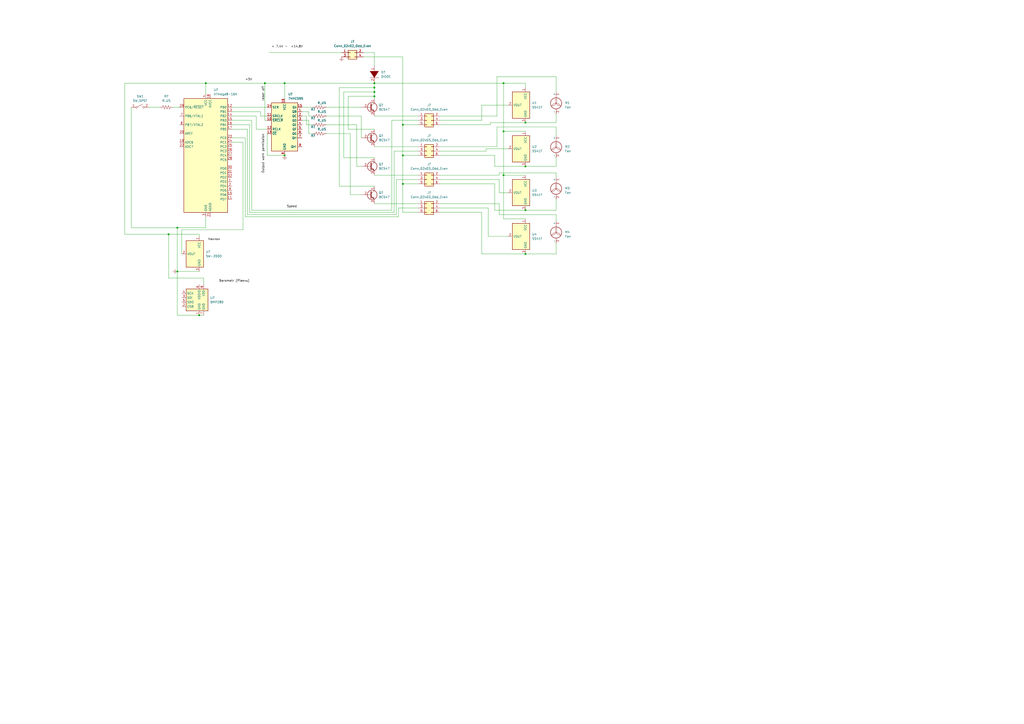
<source format=kicad_sch>
(kicad_sch (version 20211123) (generator eeschema)
  (paper "A2")
  (lib_symbols
    (symbol "74xx:74HC595"
      (property "Reference" "U" (at -7.62 13.97 0))
      (property "Value" "74HC595" (at -7.62 -16.51 0))
      (symbol "74HC595_1_0"
        (pin tri_state line (at 10.16 7.62 180) (length 2.54) (name "QB") (number "1"))
        (pin input line (at -10.16 2.54 0) (length 2.54) (name "~{SRCLR}") (number "10"))
        (pin input line (at -10.16 5.08 0) (length 2.54) (name "SRCLK") (number "11"))
        (pin input line (at -10.16 -2.54 0) (length 2.54) (name "RCLK") (number "12"))
        (pin input line (at -10.16 -5.08 0) (length 2.54) (name "~{OE}") (number "13"))
        (pin input line (at -10.16 10.16 0) (length 2.54) (name "SER") (number "14"))
        (pin tri_state line (at 10.16 10.16 180) (length 2.54) (name "QA") (number "15"))
        (pin power_in line (at 0 15.24 270) (length 2.54) (name "VCC") (number "16"))
        (pin tri_state line (at 10.16 5.08 180) (length 2.54) (name "QC") (number "2"))
        (pin tri_state line (at 10.16 2.54 180) (length 2.54) (name "QD") (number "3"))
        (pin tri_state line (at 10.16 0 180) (length 2.54) (name "QE") (number "4"))
        (pin tri_state line (at 10.16 -2.54 180) (length 2.54) (name "QF") (number "5"))
        (pin tri_state line (at 10.16 -5.08 180) (length 2.54) (name "QG") (number "6"))
        (pin tri_state line (at 10.16 -7.62 180) (length 2.54) (name "QH") (number "7"))
        (pin power_in line (at 0 -17.78 90) (length 2.54) (name "GND") (number "8"))
        (pin output line (at 10.16 -12.7 180) (length 2.54) (name "QH'") (number "9"))
      )
      (symbol "74HC595_1_1"
        (rectangle (start -7.62 12.7) (end 7.62 -15.24) (stroke (width 0.254)) (fill (type background)))
      )
    )
    (symbol "Connector_Generic:Conn_02x02_Odd_Even" (pin_names (offset 1.016) hide)
      (property "Reference" "J" (at 1.27 2.54 0))
      (property "Value" "Conn_02x02_Odd_Even" (at 1.27 -5.08 0))
      (symbol "Conn_02x02_Odd_Even_1_1"
        (rectangle (start -1.27 -2.413) (end 0 -2.667) (stroke (width 0.1524)))
        (rectangle (start -1.27 0.127) (end 0 -0.127) (stroke (width 0.1524)))
        (rectangle (start -1.27 1.27) (end 3.81 -3.81) (stroke (width 0.254)) (fill (type background)))
        (rectangle (start 3.81 -2.413) (end 2.54 -2.667) (stroke (width 0.1524)))
        (rectangle (start 3.81 0.127) (end 2.54 -0.127) (stroke (width 0.1524)))
        (pin passive line (at -5.08 0 0) (length 3.81) (name "Pin_1") (number "1"))
        (pin passive line (at 7.62 0 180) (length 3.81) (name "Pin_2") (number "2"))
        (pin passive line (at -5.08 -2.54 0) (length 3.81) (name "Pin_3") (number "3"))
        (pin passive line (at 7.62 -2.54 180) (length 3.81) (name "Pin_4") (number "4"))
      )
    )
    (symbol "Connector_Generic:Conn_02x03_Odd_Even" (pin_names (offset 1.016) hide)
      (property "Reference" "J" (at 1.27 5.08 0))
      (property "Value" "Conn_02x03_Odd_Even" (at 1.27 -5.08 0))
      (symbol "Conn_02x03_Odd_Even_1_1"
        (rectangle (start -1.27 -2.413) (end 0 -2.667) (stroke (width 0.1524)))
        (rectangle (start -1.27 0.127) (end 0 -0.127) (stroke (width 0.1524)))
        (rectangle (start -1.27 2.667) (end 0 2.413) (stroke (width 0.1524)))
        (rectangle (start -1.27 3.81) (end 3.81 -3.81) (stroke (width 0.254)) (fill (type background)))
        (rectangle (start 3.81 -2.413) (end 2.54 -2.667) (stroke (width 0.1524)))
        (rectangle (start 3.81 0.127) (end 2.54 -0.127) (stroke (width 0.1524)))
        (rectangle (start 3.81 2.667) (end 2.54 2.413) (stroke (width 0.1524)))
        (pin passive line (at -5.08 2.54 0) (length 3.81) (name "Pin_1") (number "1"))
        (pin passive line (at 7.62 2.54 180) (length 3.81) (name "Pin_2") (number "2"))
        (pin passive line (at -5.08 0 0) (length 3.81) (name "Pin_3") (number "3"))
        (pin passive line (at 7.62 0 180) (length 3.81) (name "Pin_4") (number "4"))
        (pin passive line (at -5.08 -2.54 0) (length 3.81) (name "Pin_5") (number "5"))
        (pin passive line (at 7.62 -2.54 180) (length 3.81) (name "Pin_6") (number "6"))
      )
    )
    (symbol "Device:R_US" (pin_numbers hide) (pin_names (offset 0))
      (property "Reference" "R" (at 2.54 0 90))
      (property "Value" "R_US" (at -2.54 0 90))
      (symbol "R_US_0_1"
        (polyline (pts (xy 0 -2.286) (xy 0 -2.54)))
        (polyline (pts (xy 0 2.286) (xy 0 2.54)))
        (polyline (pts (xy 0 -0.762) (xy 1.016 -1.143) (xy 0 -1.524) (xy -1.016 -1.905) (xy 0 -2.286)))
        (polyline (pts (xy 0 0.762) (xy 1.016 0.381) (xy 0 0) (xy -1.016 -0.381) (xy 0 -0.762)))
        (polyline (pts (xy 0 2.286) (xy 1.016 1.905) (xy 0 1.524) (xy -1.016 1.143) (xy 0 0.762)))
      )
      (symbol "R_US_1_1"
        (pin passive line (at 0 3.81 270) (length 1.27) (name "~") (number "1"))
        (pin passive line (at 0 -3.81 90) (length 1.27) (name "~") (number "2"))
      )
    )
    (symbol "MCU_Microchip_ATmega:ATmega8-16A"
      (property "Reference" "U" (at -12.7 34.29 0))
      (property "Value" "ATmega8-16A" (at 5.08 -34.29 0))
      (symbol "ATmega8-16A_0_1"
        (rectangle (start -12.7 -33.02) (end 12.7 33.02) (stroke (width 0.254)) (fill (type background)))
      )
      (symbol "ATmega8-16A_1_1"
        (pin bidirectional line (at 15.24 -15.24 180) (length 2.54) (name "PD3") (number "1"))
        (pin bidirectional line (at 15.24 -22.86 180) (length 2.54) (name "PD6") (number "10"))
        (pin bidirectional line (at 15.24 -25.4 180) (length 2.54) (name "PD7") (number "11"))
        (pin bidirectional line (at 15.24 27.94 180) (length 2.54) (name "PB0") (number "12"))
        (pin bidirectional line (at 15.24 25.4 180) (length 2.54) (name "PB1") (number "13"))
        (pin bidirectional line (at 15.24 22.86 180) (length 2.54) (name "PB2") (number "14"))
        (pin bidirectional line (at 15.24 20.32 180) (length 2.54) (name "PB3") (number "15"))
        (pin bidirectional line (at 15.24 17.78 180) (length 2.54) (name "PB4") (number "16"))
        (pin bidirectional line (at 15.24 15.24 180) (length 2.54) (name "PB5") (number "17"))
        (pin power_in line (at 2.54 35.56 270) (length 2.54) (name "AVCC") (number "18"))
        (pin input line (at -15.24 7.62 0) (length 2.54) (name "ADC6") (number "19"))
        (pin bidirectional line (at 15.24 -17.78 180) (length 2.54) (name "PD4") (number "2"))
        (pin passive line (at -15.24 12.7 0) (length 2.54) (name "AREF") (number "20"))
        (pin power_in line (at 2.54 -35.56 90) (length 2.54) (name "AGND") (number "21"))
        (pin input line (at -15.24 5.08 0) (length 2.54) (name "ADC7") (number "22"))
        (pin bidirectional line (at 15.24 10.16 180) (length 2.54) (name "PC0") (number "23"))
        (pin bidirectional line (at 15.24 7.62 180) (length 2.54) (name "PC1") (number "24"))
        (pin bidirectional line (at 15.24 5.08 180) (length 2.54) (name "PC2") (number "25"))
        (pin bidirectional line (at 15.24 2.54 180) (length 2.54) (name "PC3") (number "26"))
        (pin bidirectional line (at 15.24 0 180) (length 2.54) (name "PC4") (number "27"))
        (pin bidirectional line (at 15.24 -2.54 180) (length 2.54) (name "PC5") (number "28"))
        (pin bidirectional line (at -15.24 27.94 0) (length 2.54) (name "PC6/~{RESET}") (number "29"))
        (pin power_in line (at 0 -35.56 90) (length 2.54) (name "GND") (number "3"))
        (pin bidirectional line (at 15.24 -7.62 180) (length 2.54) (name "PD0") (number "30"))
        (pin bidirectional line (at 15.24 -10.16 180) (length 2.54) (name "PD1") (number "31"))
        (pin bidirectional line (at 15.24 -12.7 180) (length 2.54) (name "PD2") (number "32"))
        (pin power_in line (at 0 35.56 270) (length 2.54) (name "VCC") (number "4"))
        (pin passive line (at 0 -35.56 90) (length 2.54) hide (name "GND") (number "5"))
        (pin passive line (at 0 35.56 270) (length 2.54) hide (name "VCC") (number "6"))
        (pin bidirectional line (at -15.24 22.86 0) (length 2.54) (name "PB6/XTAL1") (number "7"))
        (pin bidirectional line (at -15.24 17.78 0) (length 2.54) (name "PB7/XTAL2") (number "8"))
        (pin bidirectional line (at 15.24 -20.32 180) (length 2.54) (name "PD5") (number "9"))
      )
    )
    (symbol "Motor:Fan" (pin_names (offset 0))
      (property "Reference" "M" (at 2.54 5.08 0))
      (property "Value" "Fan" (at 2.54 -2.54 0))
      (symbol "Fan_0_1"
        (arc (start -2.54 -0.508) (mid 0.0028 0.9121) (end 0 3.81))
        (polyline (pts (xy 0 -5.08) (xy 0 -4.572)))
        (polyline (pts (xy 0 -2.2352) (xy 0 -2.6416)))
        (polyline (pts (xy 0 4.2672) (xy 0 4.6228)))
        (polyline (pts (xy 0 4.572) (xy 0 5.08)))
        (circle (center 0 1.016) (radius 3.2512) (stroke (width 0.254)))
        (arc (start 0 3.81) (mid 0.053 0.921) (end 2.54 -0.508))
        (arc (start 2.54 -0.508) (mid 0 1.0618) (end -2.54 -0.508))
      )
      (symbol "Fan_1_1"
        (pin passive line (at 0 7.62 270) (length 2.54) (name "+") (number "1"))
        (pin passive line (at 0 -5.08 90) (length 2.54) (name "-") (number "2"))
      )
    )
    (symbol "Sensor_Magnetic:A1101ELHL"
      (property "Reference" "U" (at 0 11.43 0))
      (property "Value" "A1101ELHL" (at 0 8.89 0))
      (symbol "A1101ELHL_0_1"
        (rectangle (start -5.08 7.62) (end 5.08 -7.62) (stroke (width 0.254)) (fill (type background)))
      )
      (symbol "A1101ELHL_1_1"
        (pin power_in line (at -2.54 10.16 270) (length 2.54) (name "VCC") (number "1"))
        (pin open_collector line (at 7.62 0 180) (length 2.54) (name "VOUT") (number "2"))
        (pin power_in line (at -2.54 -10.16 90) (length 2.54) (name "GND") (number "3"))
      )
    )
    (symbol "Sensor_Pressure:BMP280"
      (property "Reference" "U" (at -7.62 10.16 0))
      (property "Value" "BMP280" (at 5.08 10.16 0))
      (symbol "BMP280_0_1"
        (rectangle (start -7.62 -5.08) (end 5.08 7.62) (stroke (width 0.254)) (fill (type background)))
      )
      (symbol "BMP280_1_1"
        (pin power_in line (at 0 -7.62 90) (length 2.54) (name "GND") (number "1"))
        (pin input line (at -10.16 -2.54 0) (length 2.54) (name "CSB") (number "2"))
        (pin bidirectional line (at -10.16 2.54 0) (length 2.54) (name "SDI") (number "3"))
        (pin input line (at -10.16 5.08 0) (length 2.54) (name "SCK") (number "4"))
        (pin bidirectional line (at -10.16 0 0) (length 2.54) (name "SDO") (number "5"))
        (pin power_in line (at 0 10.16 270) (length 2.54) (name "VDDIO") (number "6"))
        (pin power_in line (at 2.54 -7.62 90) (length 2.54) (name "GND") (number "7"))
        (pin power_in line (at 2.54 10.16 270) (length 2.54) (name "VDD") (number "8"))
      )
    )
    (symbol "Switch:SW_SPST" (pin_names (offset 0) hide)
      (property "Reference" "SW" (at 0 3.175 0))
      (property "Value" "SW_SPST" (at 0 -2.54 0))
      (symbol "SW_SPST_0_0"
        (circle (center -2.032 0) (radius 0.508))
        (polyline (pts (xy -1.524 0.254) (xy 1.524 1.778)))
        (circle (center 2.032 0) (radius 0.508))
      )
      (symbol "SW_SPST_1_1"
        (pin passive line (at -5.08 0 0) (length 2.54) (name "A") (number "1"))
        (pin passive line (at 5.08 0 180) (length 2.54) (name "B") (number "2"))
      )
    )
    (symbol "Transistor_BJT:BC547" (pin_names (offset 0) hide)
      (property "Reference" "Q" (at 5.08 1.905 0))
      (property "Value" "BC547" (at 5.08 0 0))
      (symbol "BC547_0_1"
        (polyline (pts (xy 0 0) (xy 0.635 0)))
        (polyline (pts (xy 0.635 0.635) (xy 2.54 2.54)))
        (polyline (pts (xy 0.635 -0.635) (xy 2.54 -2.54) (xy 2.54 -2.54)))
        (polyline (pts (xy 0.635 1.905) (xy 0.635 -1.905) (xy 0.635 -1.905)) (stroke (width 0.508)))
        (polyline (pts (xy 1.27 -1.778) (xy 1.778 -1.27) (xy 2.286 -2.286) (xy 1.27 -1.778) (xy 1.27 -1.778)) (fill (type outline)))
        (circle (center 1.27 0) (radius 2.8194) (stroke (width 0.254)))
      )
      (symbol "BC547_1_1"
        (pin passive line (at 2.54 5.08 270) (length 2.54) (name "C") (number "1"))
        (pin input line (at -5.08 0 0) (length 5.08) (name "B") (number "2"))
        (pin passive line (at 2.54 -5.08 90) (length 2.54) (name "E") (number "3"))
      )
    )
    (symbol "power:Earth" (power) (pin_names (offset 0))
      (symbol "Earth_0_1"
        (polyline (pts (xy -0.635 -1.905) (xy 0.635 -1.905)))
        (polyline (pts (xy -0.127 -2.54) (xy 0.127 -2.54)))
        (polyline (pts (xy 0 -1.27) (xy 0 0)))
        (polyline (pts (xy 1.27 -1.27) (xy -1.27 -1.27)))
      )
      (symbol "Earth_1_1"
        (pin power_in line (at 0 0 270) (length 0) hide (name "Earth") (number "1"))
      )
    )
    (symbol "pspice:DIODE" (pin_names (offset 1.016) hide)
      (property "Reference" "D" (at 0 3.81 0))
      (property "Value" "DIODE" (at 0 -4.445 0))
      (symbol "DIODE_0_1"
        (polyline (pts (xy 1.905 2.54) (xy 1.905 -2.54)))
        (polyline (pts (xy -1.905 2.54) (xy -1.905 -2.54) (xy 1.905 0)) (fill (type outline)))
      )
      (symbol "DIODE_1_1"
        (pin input line (at -5.08 0 0) (length 3.81) (name "K") (number "1"))
        (pin input line (at 5.08 0 180) (length 3.81) (name "A") (number "2"))
      )
    )
  )
  (junction (at 292.1 48.26))
  (junction (at 102.87 132.08))
  (junction (at 304.8 121.92))
  (junction (at 233.68 72.39))
  (junction (at 304.8 71.12))
  (junction (at 102.87 157.48))
  (junction (at 153.67 48.26))
  (junction (at 233.68 106.68))
  (junction (at 217.17 48.26))
  (junction (at 97.79 135.89))
  (junction (at 115.57 182.88))
  (junction (at 292.1 101.6))
  (junction (at 165.1 90.17))
  (junction (at 217.17 55.88))
  (junction (at 217.17 50.8))
  (junction (at 292.1 76.2))
  (junction (at 165.1 48.26))
  (junction (at 233.68 90.17))
  (junction (at 304.8 96.52))
  (junction (at 119.38 48.26))
  (junction (at 217.17 53.34))
  (junction (at 304.8 147.32))
  (wire (pts (xy 288.29 67.31) (xy 288.29 44.45)))
  (wire (pts (xy 228.6 123.19) (xy 228.6 87.63)))
  (wire (pts (xy 287.02 106.68) (xy 255.27 106.68)))
  (wire (pts (xy 189.23 62.23) (xy 209.55 62.23)))
  (wire (pts (xy 154.94 67.31) (xy 151.13 67.31)))
  (wire (pts (xy 242.57 120.65) (xy 231.14 120.65)))
  (wire (pts (xy 255.27 101.6) (xy 289.56 101.6)))
  (wire (pts (xy 294.64 86.36) (xy 281.94 86.36)))
  (wire (pts (xy 179.07 69.85) (xy 175.26 69.85)))
  (wire (pts (xy 146.05 69.85) (xy 134.62 69.85)))
  (wire (pts (xy 304.8 121.92) (xy 322.58 121.92)))
  (wire (pts (xy 179.07 77.47) (xy 179.07 69.85)))
  (wire (pts (xy 151.13 64.77) (xy 134.62 64.77)))
  (wire (pts (xy 217.17 101.6) (xy 242.57 101.6)))
  (wire (pts (xy 233.68 72.39) (xy 242.57 72.39)))
  (wire (pts (xy 196.85 50.8) (xy 217.17 50.8)))
  (wire (pts (xy 289.56 104.14) (xy 255.27 104.14)))
  (wire (pts (xy 189.23 77.47) (xy 203.2 77.47)))
  (wire (pts (xy 217.17 107.95) (xy 196.85 107.95)))
  (wire (pts (xy 119.38 48.26) (xy 72.39 48.26)))
  (wire (pts (xy 322.58 100.33) (xy 322.58 102.87)))
  (wire (pts (xy 134.62 74.93) (xy 143.51 74.93)))
  (wire (pts (xy 115.57 137.16) (xy 115.57 135.89)))
  (wire (pts (xy 292.1 76.2) (xy 292.1 48.26)))
  (wire (pts (xy 283.21 137.16) (xy 283.21 120.65)))
  (wire (pts (xy 179.07 67.31) (xy 179.07 64.77)))
  (wire (pts (xy 294.64 111.76) (xy 289.56 111.76)))
  (wire (pts (xy 292.1 127) (xy 292.1 101.6)))
  (wire (pts (xy 153.67 48.26) (xy 165.1 48.26)))
  (wire (pts (xy 322.58 115.57) (xy 322.58 121.92)))
  (wire (pts (xy 196.85 107.95) (xy 196.85 50.8)))
  (wire (pts (xy 154.94 90.17) (xy 165.1 90.17)))
  (wire (pts (xy 294.64 60.96) (xy 279.4 60.96)))
  (wire (pts (xy 322.58 140.97) (xy 322.58 147.32)))
  (wire (pts (xy 100.33 62.23) (xy 104.14 62.23)))
  (wire (pts (xy 217.17 30.48) (xy 217.17 38.1)))
  (wire (pts (xy 217.17 55.88) (xy 217.17 57.15)))
  (wire (pts (xy 233.68 123.19) (xy 242.57 123.19)))
  (wire (pts (xy 229.87 104.14) (xy 242.57 104.14)))
  (wire (pts (xy 134.62 72.39) (xy 144.78 72.39)))
  (wire (pts (xy 217.17 118.11) (xy 242.57 118.11)))
  (wire (pts (xy 304.8 48.26) (xy 304.8 50.8)))
  (wire (pts (xy 304.8 96.52) (xy 287.02 96.52)))
  (wire (pts (xy 288.29 85.09) (xy 288.29 73.66)))
  (wire (pts (xy 115.57 157.48) (xy 102.87 157.48)))
  (wire (pts (xy 289.56 111.76) (xy 289.56 104.14)))
  (wire (pts (xy 233.68 106.68) (xy 242.57 106.68)))
  (wire (pts (xy 207.01 72.39) (xy 189.23 72.39)))
  (wire (pts (xy 142.24 125.73) (xy 142.24 80.01)))
  (wire (pts (xy 203.2 113.03) (xy 209.55 113.03)))
  (wire (pts (xy 229.87 124.46) (xy 229.87 104.14)))
  (wire (pts (xy 279.4 123.19) (xy 255.27 123.19)))
  (wire (pts (xy 210.82 33.02) (xy 233.68 33.02)))
  (wire (pts (xy 279.4 147.32) (xy 279.4 123.19)))
  (wire (pts (xy 231.14 120.65) (xy 231.14 125.73)))
  (wire (pts (xy 144.78 123.19) (xy 228.6 123.19)))
  (wire (pts (xy 209.55 67.31) (xy 189.23 67.31)))
  (wire (pts (xy 284.48 72.39) (xy 255.27 72.39)))
  (wire (pts (xy 156.21 30.48) (xy 198.12 30.48)))
  (wire (pts (xy 203.2 77.47) (xy 203.2 113.03)))
  (wire (pts (xy 118.11 161.29) (xy 97.79 161.29)))
  (wire (pts (xy 233.68 90.17) (xy 233.68 106.68)))
  (wire (pts (xy 322.58 66.04) (xy 322.58 71.12)))
  (wire (pts (xy 292.1 101.6) (xy 292.1 76.2)))
  (wire (pts (xy 322.58 73.66) (xy 322.58 78.74)))
  (wire (pts (xy 118.11 165.1) (xy 118.11 161.29)))
  (wire (pts (xy 217.17 48.26) (xy 292.1 48.26)))
  (wire (pts (xy 201.93 55.88) (xy 217.17 55.88)))
  (wire (pts (xy 177.8 67.31) (xy 175.26 67.31)))
  (wire (pts (xy 209.55 96.52) (xy 207.01 96.52)))
  (wire (pts (xy 255.27 118.11) (xy 289.56 118.11)))
  (wire (pts (xy 217.17 67.31) (xy 242.57 67.31)))
  (wire (pts (xy 119.38 132.08) (xy 119.38 125.73)))
  (wire (pts (xy 289.56 118.11) (xy 289.56 124.46)))
  (wire (pts (xy 304.8 127) (xy 292.1 127)))
  (wire (pts (xy 255.27 85.09) (xy 288.29 85.09)))
  (wire (pts (xy 210.82 30.48) (xy 217.17 30.48)))
  (wire (pts (xy 287.02 90.17) (xy 255.27 90.17)))
  (wire (pts (xy 177.8 72.39) (xy 181.61 72.39)))
  (wire (pts (xy 284.48 71.12) (xy 284.48 72.39)))
  (wire (pts (xy 287.02 121.92) (xy 287.02 106.68)))
  (wire (pts (xy 175.26 62.23) (xy 181.61 62.23)))
  (wire (pts (xy 119.38 48.26) (xy 153.67 48.26)))
  (wire (pts (xy 72.39 48.26) (xy 72.39 135.89)))
  (wire (pts (xy 217.17 74.93) (xy 201.93 74.93)))
  (wire (pts (xy 287.02 121.92) (xy 304.8 121.92)))
  (wire (pts (xy 144.78 72.39) (xy 144.78 123.19)))
  (wire (pts (xy 97.79 161.29) (xy 97.79 135.89)))
  (wire (pts (xy 105.41 133.35) (xy 140.97 133.35)))
  (wire (pts (xy 86.36 62.23) (xy 92.71 62.23)))
  (wire (pts (xy 154.94 69.85) (xy 153.67 69.85)))
  (wire (pts (xy 287.02 96.52) (xy 287.02 90.17)))
  (wire (pts (xy 233.68 106.68) (xy 233.68 123.19)))
  (wire (pts (xy 76.2 62.23) (xy 76.2 132.08)))
  (wire (pts (xy 288.29 73.66) (xy 322.58 73.66)))
  (wire (pts (xy 288.29 44.45) (xy 322.58 44.45)))
  (wire (pts (xy 207.01 96.52) (xy 207.01 72.39)))
  (wire (pts (xy 242.57 69.85) (xy 227.33 69.85)))
  (wire (pts (xy 281.94 86.36) (xy 281.94 87.63)))
  (wire (pts (xy 322.58 96.52) (xy 304.8 96.52)))
  (wire (pts (xy 255.27 67.31) (xy 288.29 67.31)))
  (wire (pts (xy 140.97 82.55) (xy 134.62 82.55)))
  (wire (pts (xy 102.87 157.48) (xy 102.87 182.88)))
  (wire (pts (xy 119.38 54.61) (xy 119.38 48.26)))
  (wire (pts (xy 102.87 157.48) (xy 102.87 132.08)))
  (wire (pts (xy 217.17 85.09) (xy 242.57 85.09)))
  (wire (pts (xy 105.41 147.32) (xy 105.41 133.35)))
  (wire (pts (xy 153.67 69.85) (xy 153.67 48.26)))
  (wire (pts (xy 322.58 71.12) (xy 304.8 71.12)))
  (wire (pts (xy 199.39 53.34) (xy 217.17 53.34)))
  (wire (pts (xy 281.94 87.63) (xy 255.27 87.63)))
  (wire (pts (xy 115.57 135.89) (xy 97.79 135.89)))
  (wire (pts (xy 148.59 74.93) (xy 148.59 67.31)))
  (wire (pts (xy 322.58 124.46) (xy 322.58 128.27)))
  (wire (pts (xy 154.94 74.93) (xy 148.59 74.93)))
  (wire (pts (xy 279.4 60.96) (xy 279.4 69.85)))
  (wire (pts (xy 231.14 125.73) (xy 142.24 125.73)))
  (wire (pts (xy 76.2 132.08) (xy 102.87 132.08)))
  (wire (pts (xy 322.58 91.44) (xy 322.58 96.52)))
  (wire (pts (xy 217.17 48.26) (xy 217.17 50.8)))
  (wire (pts (xy 289.56 101.6) (xy 289.56 100.33)))
  (wire (pts (xy 294.64 137.16) (xy 283.21 137.16)))
  (wire (pts (xy 97.79 135.89) (xy 72.39 135.89)))
  (wire (pts (xy 289.56 124.46) (xy 322.58 124.46)))
  (wire (pts (xy 209.55 80.01) (xy 209.55 67.31)))
  (wire (pts (xy 304.8 147.32) (xy 279.4 147.32)))
  (wire (pts (xy 233.68 72.39) (xy 233.68 90.17)))
  (wire (pts (xy 227.33 121.92) (xy 146.05 121.92)))
  (wire (pts (xy 304.8 101.6) (xy 292.1 101.6)))
  (wire (pts (xy 143.51 74.93) (xy 143.51 124.46)))
  (wire (pts (xy 102.87 132.08) (xy 119.38 132.08)))
  (wire (pts (xy 292.1 48.26) (xy 304.8 48.26)))
  (wire (pts (xy 140.97 133.35) (xy 140.97 82.55)))
  (wire (pts (xy 181.61 77.47) (xy 179.07 77.47)))
  (wire (pts (xy 322.58 147.32) (xy 304.8 147.32)))
  (wire (pts (xy 289.56 100.33) (xy 322.58 100.33)))
  (wire (pts (xy 177.8 67.31) (xy 177.8 72.39)))
  (wire (pts (xy 304.8 71.12) (xy 284.48 71.12)))
  (wire (pts (xy 148.59 67.31) (xy 134.62 67.31)))
  (wire (pts (xy 217.17 53.34) (xy 217.17 55.88)))
  (wire (pts (xy 199.39 91.44) (xy 199.39 53.34)))
  (wire (pts (xy 217.17 91.44) (xy 199.39 91.44)))
  (wire (pts (xy 151.13 67.31) (xy 151.13 64.77)))
  (wire (pts (xy 146.05 121.92) (xy 146.05 69.85)))
  (wire (pts (xy 322.58 44.45) (xy 322.58 53.34)))
  (wire (pts (xy 228.6 87.63) (xy 242.57 87.63)))
  (wire (pts (xy 181.61 67.31) (xy 179.07 67.31)))
  (wire (pts (xy 179.07 64.77) (xy 175.26 64.77)))
  (wire (pts (xy 165.1 48.26) (xy 217.17 48.26)))
  (wire (pts (xy 115.57 182.88) (xy 118.11 182.88)))
  (wire (pts (xy 304.8 76.2) (xy 292.1 76.2)))
  (wire (pts (xy 233.68 33.02) (xy 233.68 72.39)))
  (wire (pts (xy 227.33 69.85) (xy 227.33 121.92)))
  (wire (pts (xy 102.87 182.88) (xy 115.57 182.88)))
  (wire (pts (xy 279.4 69.85) (xy 255.27 69.85)))
  (wire (pts (xy 134.62 62.23) (xy 154.94 62.23)))
  (wire (pts (xy 201.93 74.93) (xy 201.93 55.88)))
  (wire (pts (xy 217.17 50.8) (xy 217.17 53.34)))
  (wire (pts (xy 142.24 80.01) (xy 134.62 80.01)))
  (wire (pts (xy 143.51 124.46) (xy 229.87 124.46)))
  (wire (pts (xy 283.21 120.65) (xy 255.27 120.65)))
  (wire (pts (xy 233.68 90.17) (xy 242.57 90.17)))
  (wire (pts (xy 165.1 57.15) (xy 165.1 48.26)))
  (wire (pts (xy 154.94 77.47) (xy 154.94 90.17)))
  (label "+ 7.4V -  +14.8V" (at 157.48 27.94 0))
  (label "Output work permission" (at 153.67 100.33 90))
  (label "Speed" (at 166.37 120.65 0))
  (label "Barometr (Рівень)" (at 127 163.83 0))
  (label "+5V" (at 142.24 46.99 0))
  (label "reser off" (at 153.67 58.42 90))
  (label "Наклон" (at 120.65 139.7 0))
  (symbol (lib_id "power:Earth") (at 102.87 157.48 270) (unit 1)
    (property "Reference" "#PWR?" (effects hide))
    (property "Value" "Earth" (effects hide))
  )
  (symbol (lib_id "Motor:Fan") (at 322.58 135.89 0) (unit 1)
    (property "Reference" "M4" (at 327.66 134.6199 0) (effects (justify left)))
    (property "Value" "Fan" (at 327.66 137.1599 0) (effects (justify left)))
  )
  (symbol (lib_id "Sensor_Magnetic:A1101ELHL") (at 302.26 60.96 0) (mirror y) (unit 1)
    (property "Reference" "U1" (at 308.61 59.6899 0) (effects (justify right)))
    (property "Value" "SS41F" (at 308.61 62.2299 0) (effects (justify right)))
    (property "Footprint" "Package_TO_SOT_SMD:SOT-23W" (effects hide))
    (property "Datasheet" "https://www.allegromicro.com/-/media/files/datasheets/a110x-datasheet.ashx" (effects hide))
  )
  (symbol (lib_id "Transistor_BJT:BC547") (at 214.63 96.52 0) (unit 1)
    (property "Reference" "Q?" (at 219.71 95.2499 0) (effects (justify left)))
    (property "Value" "BC547" (at 219.71 97.7899 0) (effects (justify left)))
    (property "Footprint" "Package_TO_SOT_THT:TO-92_Inline" (effects hide))
    (property "Datasheet" "https://www.onsemi.com/pub/Collateral/BC550-D.pdf" (effects hide))
  )
  (symbol (lib_id "Transistor_BJT:BC547") (at 214.63 80.01 0) (unit 1)
    (property "Reference" "Q?" (at 219.71 78.7399 0) (effects (justify left)))
    (property "Value" "BC547" (at 219.71 81.2799 0) (effects (justify left)))
    (property "Footprint" "Package_TO_SOT_THT:TO-92_Inline" (effects hide))
    (property "Datasheet" "https://www.onsemi.com/pub/Collateral/BC550-D.pdf" (effects hide))
  )
  (symbol (lib_id "Motor:Fan") (at 322.58 110.49 0) (unit 1)
    (property "Reference" "M3" (at 327.66 109.2199 0) (effects (justify left)))
    (property "Value" "Fan" (at 327.66 111.7599 0) (effects (justify left)))
  )
  (symbol (lib_id "power:Earth") (at 165.1 90.17 0) (unit 1)
    (property "Reference" "#PWR?" (effects hide))
    (property "Value" "Earth" (effects hide))
  )
  (symbol (lib_id "Transistor_BJT:BC547") (at 214.63 113.03 0) (unit 1)
    (property "Reference" "Q?" (at 219.71 111.7599 0) (effects (justify left)))
    (property "Value" "BC547" (at 219.71 114.2999 0) (effects (justify left)))
    (property "Footprint" "Package_TO_SOT_THT:TO-92_Inline" (effects hide))
    (property "Datasheet" "https://www.onsemi.com/pub/Collateral/BC550-D.pdf" (effects hide))
  )
  (symbol (lib_id "Sensor_Magnetic:A1101ELHL") (at 302.26 86.36 0) (mirror y) (unit 1)
    (property "Reference" "U2" (at 308.61 85.0899 0) (effects (justify right)))
    (property "Value" "SS41F" (at 308.61 87.6299 0) (effects (justify right)))
    (property "Footprint" "Package_TO_SOT_SMD:SOT-23W" (effects hide))
    (property "Datasheet" "https://www.allegromicro.com/-/media/files/datasheets/a110x-datasheet.ashx" (effects hide))
  )
  (symbol (lib_id "Transistor_BJT:BC547") (at 214.63 62.23 0) (unit 1)
    (property "Reference" "Q?" (at 219.71 60.9599 0) (effects (justify left)))
    (property "Value" "BC547" (at 219.71 63.4999 0) (effects (justify left)))
    (property "Footprint" "Package_TO_SOT_THT:TO-92_Inline" (effects hide))
    (property "Datasheet" "https://www.onsemi.com/pub/Collateral/BC550-D.pdf" (effects hide))
  )
  (symbol (lib_id "74xx:74HC595") (at 165.1 72.39 0) (unit 1)
    (property "Reference" "U?" (at 167.1194 54.61 0) (effects (justify left)))
    (property "Value" "74HC595" (at 167.1194 57.15 0) (effects (justify left)))
    (property "Datasheet" "http://www.ti.com/lit/ds/symlink/sn74hc595.pdf" (effects hide))
  )
  (symbol (lib_id "power:Earth") (at 198.12 33.02 0) (unit 1)
    (property "Reference" "#PWR?" (effects hide))
    (property "Value" "Earth" (effects hide))
  )
  (symbol (lib_id "Motor:Fan") (at 322.58 60.96 0) (unit 1)
    (property "Reference" "M1" (at 327.66 59.6899 0) (effects (justify left)))
    (property "Value" "Fan" (at 327.66 62.2299 0) (effects (justify left)))
  )
  (symbol (lib_id "Sensor_Magnetic:A1101ELHL") (at 113.03 147.32 0) (mirror y) (unit 1)
    (property "Reference" "U?" (at 119.38 146.0499 0) (effects (justify right)))
    (property "Value" "SW-200D" (at 119.38 148.5899 0) (effects (justify right)))
    (property "Footprint" "Package_TO_SOT_SMD:SOT-23W" (effects hide))
    (property "Datasheet" "https://www.allegromicro.com/-/media/files/datasheets/a110x-datasheet.ashx" (effects hide))
  )
  (symbol (lib_id "Device:R_US") (at 185.42 62.23 90) (unit 1)
    (property "Reference" "R?" (at 181.61 63.5 90))
    (property "Value" "R_US" (at 186.69 59.69 90))
  )
  (symbol (lib_id "Connector_Generic:Conn_02x03_Odd_Even") (at 247.65 104.14 0) (unit 1)
    (property "Reference" "J?" (at 248.92 95.25 0))
    (property "Value" "Conn_02x03_Odd_Even" (at 248.92 97.79 0))
  )
  (symbol (lib_id "Device:R_US") (at 185.42 67.31 90) (unit 1)
    (property "Reference" "R?" (at 181.61 68.58 90))
    (property "Value" "R_US" (at 186.69 64.77 90))
  )
  (symbol (lib_id "Device:R_US") (at 185.42 77.47 90) (unit 1)
    (property "Reference" "R?" (at 181.61 78.74 90))
    (property "Value" "R_US" (at 186.69 74.93 90))
  )
  (symbol (lib_id "Connector_Generic:Conn_02x02_Odd_Even") (at 203.2 30.48 0) (unit 1)
    (property "Reference" "J?" (at 204.47 24.13 0))
    (property "Value" "Conn_02x02_Odd_Even" (at 204.47 26.67 0))
  )
  (symbol (lib_id "Motor:Fan") (at 322.58 86.36 0) (unit 1)
    (property "Reference" "M2" (at 327.66 85.0899 0) (effects (justify left)))
    (property "Value" "Fan" (at 327.66 87.6299 0) (effects (justify left)))
  )
  (symbol (lib_id "Connector_Generic:Conn_02x03_Odd_Even") (at 247.65 120.65 0) (unit 1)
    (property "Reference" "J?" (at 248.92 111.76 0))
    (property "Value" "Conn_02x03_Odd_Even" (at 248.92 114.3 0))
  )
  (symbol (lib_id "Sensor_Magnetic:A1101ELHL") (at 302.26 137.16 0) (mirror y) (unit 1)
    (property "Reference" "U4" (at 308.61 135.8899 0) (effects (justify right)))
    (property "Value" "SS41F" (at 308.61 138.4299 0) (effects (justify right)))
    (property "Footprint" "Package_TO_SOT_SMD:SOT-23W" (effects hide))
    (property "Datasheet" "https://www.allegromicro.com/-/media/files/datasheets/a110x-datasheet.ashx" (effects hide))
  )
  (symbol (lib_id "Switch:SW_SPST") (at 81.28 62.23 0) (unit 1)
    (property "Reference" "SW1" (at 81.28 55.88 0))
    (property "Value" "SW_SPST" (at 81.28 58.42 0))
  )
  (symbol (lib_id "Device:R_US") (at 185.42 72.39 90) (unit 1)
    (property "Reference" "R?" (at 181.61 73.66 90))
    (property "Value" "R_US" (at 186.69 69.85 90))
  )
  (symbol (lib_id "pspice:DIODE") (at 217.17 43.18 270) (unit 1)
    (property "Reference" "D?" (at 220.98 41.9099 90) (effects (justify left)))
    (property "Value" "DIODE" (at 220.98 44.4499 90) (effects (justify left)))
  )
  (symbol (lib_id "Sensor_Pressure:BMP280") (at 115.57 175.26 0) (unit 1)
    (property "Reference" "U?" (at 121.92 172.7199 0) (effects (justify left)))
    (property "Value" "BMP280" (at 121.92 175.2599 0) (effects (justify left)))
    (property "Footprint" "Package_LGA:Bosch_LGA-8_2x2.5mm_P0.65mm_ClockwisePinNumbering" (effects hide))
    (property "Datasheet" "https://ae-bst.resource.bosch.com/media/_tech/media/datasheets/BST-BMP280-DS001.pdf" (effects hide))
  )
  (symbol (lib_id "Connector_Generic:Conn_02x03_Odd_Even") (at 247.65 69.85 0) (unit 1)
    (property "Reference" "J?" (at 248.92 60.96 0))
    (property "Value" "Conn_02x03_Odd_Even" (at 248.92 63.5 0))
  )
  (symbol (lib_id "MCU_Microchip_ATmega:ATmega8-16A") (at 119.38 90.17 0) (unit 1)
    (property "Reference" "U?" (at 123.9394 52.07 0) (effects (justify left)))
    (property "Value" "ATmega8-16A" (at 123.9394 54.61 0) (effects (justify left)))
    (property "Footprint" "Package_QFP:TQFP-32_7x7mm_P0.8mm" (effects hide))
    (property "Datasheet" "http://ww1.microchip.com/downloads/en/DeviceDoc/atmel-2486-8-bit-avr-microcontroller-atmega8_l_datasheet.pdf" (effects hide))
  )
  (symbol (lib_id "Device:R_US") (at 96.52 62.23 90) (unit 1)
    (property "Reference" "R?" (at 96.52 55.88 90))
    (property "Value" "R_US" (at 96.52 58.42 90))
  )
  (symbol (lib_id "Sensor_Magnetic:A1101ELHL") (at 302.26 111.76 0) (mirror y) (unit 1)
    (property "Reference" "U3" (at 308.61 110.4899 0) (effects (justify right)))
    (property "Value" "SS41F" (at 308.61 113.0299 0) (effects (justify right)))
    (property "Footprint" "Package_TO_SOT_SMD:SOT-23W" (effects hide))
    (property "Datasheet" "https://www.allegromicro.com/-/media/files/datasheets/a110x-datasheet.ashx" (effects hide))
  )
  (symbol (lib_id "Connector_Generic:Conn_02x03_Odd_Even") (at 247.65 87.63 0) (unit 1)
    (property "Reference" "J?" (at 248.92 78.74 0))
    (property "Value" "Conn_02x03_Odd_Even" (at 248.92 81.28 0))
  )
)
</source>
